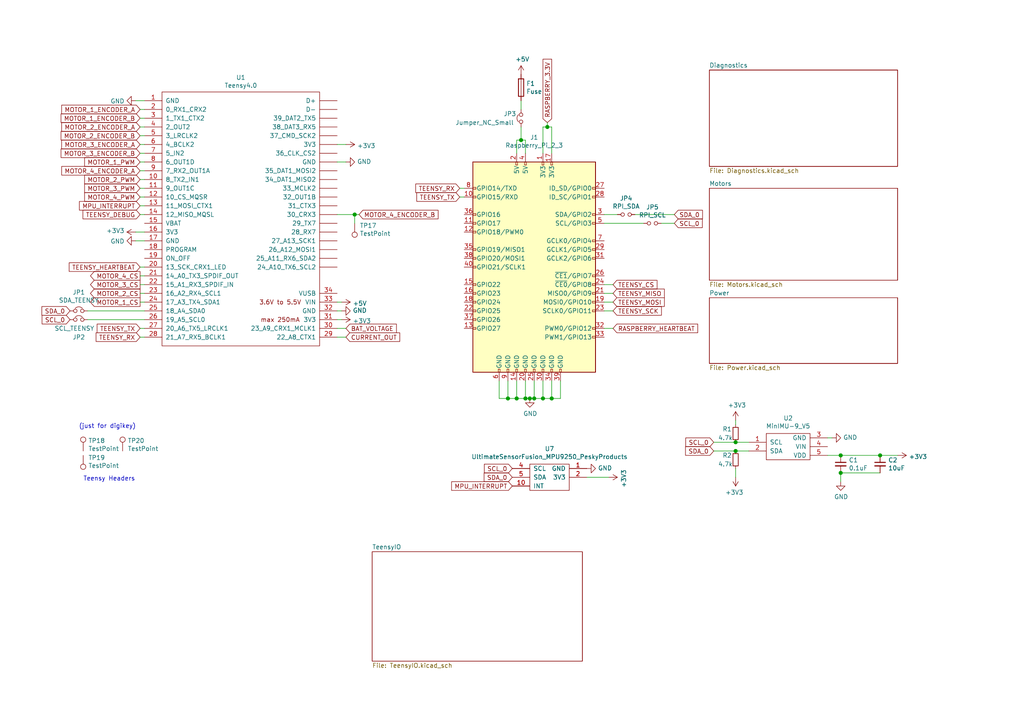
<source format=kicad_sch>
(kicad_sch (version 20201015) (generator eeschema)
  (page 1 6)
  (paper "A4")
  (lib_symbols
    (symbol "Connector:Raspberry_Pi_2_3" (pin_names (offset 1.016))
      (property "Reference" "J" (at -17.78 31.75 0))
      (property "Value" "Raspberry_Pi_2_3" (at 10.16 -31.75 0))
      (symbol "Raspberry_Pi_2_3_0_1"
        (rectangle (start -17.78 30.48) (end 17.78 -30.48) (stroke (width 0.254)) (fill (type background)))
      )
      (symbol "Raspberry_Pi_2_3_1_1"
        (rectangle (start -16.891 -17.526) (end -17.78 -18.034))
        (rectangle (start -16.891 -14.986) (end -17.78 -15.494))
        (rectangle (start -16.891 -12.446) (end -17.78 -12.954))
        (rectangle (start -16.891 -9.906) (end -17.78 -10.414))
        (rectangle (start -16.891 -7.366) (end -17.78 -7.874))
        (rectangle (start -16.891 -4.826) (end -17.78 -5.334))
        (rectangle (start -16.891 0.254) (end -17.78 -0.254))
        (rectangle (start -16.891 2.794) (end -17.78 2.286))
        (rectangle (start -16.891 5.334) (end -17.78 4.826))
        (rectangle (start -16.891 10.414) (end -17.78 9.906))
        (rectangle (start -16.891 12.954) (end -17.78 12.446))
        (rectangle (start -16.891 15.494) (end -17.78 14.986))
        (rectangle (start -16.891 20.574) (end -17.78 20.066))
        (rectangle (start -16.891 23.114) (end -17.78 22.606))
        (rectangle (start -10.414 -29.591) (end -9.906 -30.48))
        (rectangle (start -7.874 -29.591) (end -7.366 -30.48))
        (rectangle (start -5.334 -29.591) (end -4.826 -30.48))
        (rectangle (start -5.334 30.48) (end -4.826 29.591))
        (rectangle (start -2.794 -29.591) (end -2.286 -30.48))
        (rectangle (start -2.794 30.48) (end -2.286 29.591))
        (rectangle (start -0.254 -29.591) (end 0.254 -30.48))
        (rectangle (start 2.286 -29.591) (end 2.794 -30.48))
        (rectangle (start 2.286 30.48) (end 2.794 29.591))
        (rectangle (start 4.826 -29.591) (end 5.334 -30.48))
        (rectangle (start 4.826 30.48) (end 5.334 29.591))
        (rectangle (start 7.366 -29.591) (end 7.874 -30.48))
        (rectangle (start 17.78 -20.066) (end 16.891 -20.574))
        (rectangle (start 17.78 -17.526) (end 16.891 -18.034))
        (rectangle (start 17.78 -12.446) (end 16.891 -12.954))
        (rectangle (start 17.78 -9.906) (end 16.891 -10.414))
        (rectangle (start 17.78 -7.366) (end 16.891 -7.874))
        (rectangle (start 17.78 -4.826) (end 16.891 -5.334))
        (rectangle (start 17.78 -2.286) (end 16.891 -2.794))
        (rectangle (start 17.78 2.794) (end 16.891 2.286))
        (rectangle (start 17.78 5.334) (end 16.891 4.826))
        (rectangle (start 17.78 7.874) (end 16.891 7.366))
        (rectangle (start 17.78 12.954) (end 16.891 12.446))
        (rectangle (start 17.78 15.494) (end 16.891 14.986))
        (rectangle (start 17.78 20.574) (end 16.891 20.066))
        (rectangle (start 17.78 23.114) (end 16.891 22.606))
        (pin power_in line (at 2.54 33.02 270) (length 2.54) (name "3V3") (number "1"))
        (pin bidirectional line (at -20.32 20.32 0) (length 2.54) (name "GPIO15/RXD") (number "10"))
        (pin bidirectional line (at -20.32 12.7 0) (length 2.54) (name "GPIO17") (number "11"))
        (pin bidirectional line (at -20.32 10.16 0) (length 2.54) (name "GPIO18/PWM0") (number "12"))
        (pin bidirectional line (at -20.32 -17.78 0) (length 2.54) (name "GPIO27") (number "13"))
        (pin power_in line (at -5.08 -33.02 90) (length 2.54) (name "GND") (number "14"))
        (pin bidirectional line (at -20.32 -5.08 0) (length 2.54) (name "GPIO22") (number "15"))
        (pin bidirectional line (at -20.32 -7.62 0) (length 2.54) (name "GPIO23") (number "16"))
        (pin power_in line (at 5.08 33.02 270) (length 2.54) (name "3V3") (number "17"))
        (pin bidirectional line (at -20.32 -10.16 0) (length 2.54) (name "GPIO24") (number "18"))
        (pin bidirectional line (at 20.32 -10.16 180) (length 2.54) (name "MOSI0/GPIO10") (number "19"))
        (pin power_in line (at -5.08 33.02 270) (length 2.54) (name "5V") (number "2"))
        (pin power_in line (at -2.54 -33.02 90) (length 2.54) (name "GND") (number "20"))
        (pin bidirectional line (at 20.32 -7.62 180) (length 2.54) (name "MISO0/GPIO9") (number "21"))
        (pin bidirectional line (at -20.32 -12.7 0) (length 2.54) (name "GPIO25") (number "22"))
        (pin bidirectional line (at 20.32 -12.7 180) (length 2.54) (name "SCLK0/GPIO11") (number "23"))
        (pin bidirectional line (at 20.32 -5.08 180) (length 2.54) (name "~CE0~/GPIO8") (number "24"))
        (pin power_in line (at 0 -33.02 90) (length 2.54) (name "GND") (number "25"))
        (pin bidirectional line (at 20.32 -2.54 180) (length 2.54) (name "~CE1~/GPIO7") (number "26"))
        (pin bidirectional line (at 20.32 22.86 180) (length 2.54) (name "ID_SD/GPIO0") (number "27"))
        (pin bidirectional line (at 20.32 20.32 180) (length 2.54) (name "ID_SC/GPIO1") (number "28"))
        (pin bidirectional line (at 20.32 5.08 180) (length 2.54) (name "GCLK1/GPIO5") (number "29"))
        (pin bidirectional line (at 20.32 15.24 180) (length 2.54) (name "SDA/GPIO2") (number "3"))
        (pin power_in line (at 2.54 -33.02 90) (length 2.54) (name "GND") (number "30"))
        (pin bidirectional line (at 20.32 2.54 180) (length 2.54) (name "GCLK2/GPIO6") (number "31"))
        (pin bidirectional line (at 20.32 -17.78 180) (length 2.54) (name "PWM0/GPIO12") (number "32"))
        (pin bidirectional line (at 20.32 -20.32 180) (length 2.54) (name "PWM1/GPIO13") (number "33"))
        (pin power_in line (at 5.08 -33.02 90) (length 2.54) (name "GND") (number "34"))
        (pin bidirectional line (at -20.32 5.08 0) (length 2.54) (name "GPIO19/MISO1") (number "35"))
        (pin bidirectional line (at -20.32 15.24 0) (length 2.54) (name "GPIO16") (number "36"))
        (pin bidirectional line (at -20.32 -15.24 0) (length 2.54) (name "GPIO26") (number "37"))
        (pin bidirectional line (at -20.32 2.54 0) (length 2.54) (name "GPIO20/MOSI1") (number "38"))
        (pin power_in line (at 7.62 -33.02 90) (length 2.54) (name "GND") (number "39"))
        (pin power_in line (at -2.54 33.02 270) (length 2.54) (name "5V") (number "4"))
        (pin bidirectional line (at -20.32 0 0) (length 2.54) (name "GPIO21/SCLK1") (number "40"))
        (pin bidirectional line (at 20.32 12.7 180) (length 2.54) (name "SCL/GPIO3") (number "5"))
        (pin power_in line (at -10.16 -33.02 90) (length 2.54) (name "GND") (number "6"))
        (pin bidirectional line (at 20.32 7.62 180) (length 2.54) (name "GCLK0/GPIO4") (number "7"))
        (pin bidirectional line (at -20.32 22.86 0) (length 2.54) (name "GPIO14/TXD") (number "8"))
        (pin power_in line (at -7.62 -33.02 90) (length 2.54) (name "GND") (number "9"))
      )
    )
    (symbol "Connector:TestPoint" (pin_numbers hide) (pin_names (offset 0.762) hide)
      (property "Reference" "TP" (at 0 6.858 0))
      (property "Value" "TestPoint" (at 0 5.08 0))
      (symbol "TestPoint_0_1"
        (circle (center 0 3.302) (radius 0.762))
      )
      (symbol "TestPoint_1_1"
        (pin passive line (at 0 0 90) (length 2.54) (name "1") (number "1"))
      )
    )
    (symbol "Device:C_Small" (pin_numbers hide) (pin_names (offset 0.254) hide)
      (property "Reference" "C" (at 0.254 1.778 0))
      (property "Value" "C_Small" (at 0.254 -2.032 0))
      (symbol "C_Small_0_1"
        (polyline (pts (xy -1.524 -0.508) (xy 1.524 -0.508)) (stroke (width 0.3302)))
        (polyline (pts (xy -1.524 0.508) (xy 1.524 0.508)) (stroke (width 0.3048)))
      )
      (symbol "C_Small_1_1"
        (pin passive line (at 0 2.54 270) (length 2.032) (name "~") (number "1"))
        (pin passive line (at 0 -2.54 90) (length 2.032) (name "~") (number "2"))
      )
    )
    (symbol "Device:Fuse" (pin_numbers hide) (pin_names (offset 0))
      (property "Reference" "F" (at 2.032 0 90))
      (property "Value" "Fuse" (at -1.905 0 90))
      (symbol "Fuse_0_1"
        (rectangle (start -0.762 -2.54) (end 0.762 2.54) (stroke (width 0.254)))
        (polyline (pts (xy 0 2.54) (xy 0 -2.54)))
      )
      (symbol "Fuse_1_1"
        (pin passive line (at 0 3.81 270) (length 1.27) (name "~") (number "1"))
        (pin passive line (at 0 -3.81 90) (length 1.27) (name "~") (number "2"))
      )
    )
    (symbol "Device:Jumper_NC_Small" (pin_numbers hide) (pin_names (offset 0.762) hide)
      (property "Reference" "JP" (at 0 2.032 0))
      (property "Value" "Jumper_NC_Small" (at 0.254 -1.524 0))
      (symbol "Jumper_NC_Small_0_1"
        (arc (start 1.016 0.762) (end -1.016 0.762) (radius (at 0 -0.254) (length 1.4478) (angles 45 135)))
        (circle (center -1.016 0) (radius 0.508))
        (circle (center 1.016 0) (radius 0.508))
        (pin passive line (at -2.54 0 0) (length 1.016) (name "1") (number "1"))
        (pin passive line (at 2.54 0 180) (length 1.016) (name "2") (number "2"))
      )
    )
    (symbol "Device:Jumper_NO_Small" (pin_numbers hide) (pin_names (offset 0.762) hide)
      (property "Reference" "JP" (at 0 2.032 0))
      (property "Value" "Jumper_NO_Small" (at 0.254 -1.524 0))
      (symbol "Jumper_NO_Small_0_1"
        (circle (center -1.016 0) (radius 0.508))
        (circle (center 1.016 0) (radius 0.508))
        (pin passive line (at -2.54 0 0) (length 1.016) (name "1") (number "1"))
        (pin passive line (at 2.54 0 180) (length 1.016) (name "2") (number "2"))
      )
    )
    (symbol "Device:R_Small" (pin_numbers hide) (pin_names (offset 0.254) hide)
      (property "Reference" "R" (at 0.762 0.508 0))
      (property "Value" "R_Small" (at 0.762 -1.016 0))
      (symbol "R_Small_0_1"
        (rectangle (start -0.762 1.778) (end 0.762 -1.778) (stroke (width 0.2032)))
      )
      (symbol "R_Small_1_1"
        (pin passive line (at 0 2.54 270) (length 0.762) (name "~") (number "1"))
        (pin passive line (at 0 -2.54 90) (length 0.762) (name "~") (number "2"))
      )
    )
    (symbol "pololu_parts:MinIMU-9_V5" (pin_names (offset 1.016))
      (property "Reference" "U" (at 0 0 0))
      (property "Value" "MinIMU-9_V5" (at 0 12.7 0))
      (symbol "MinIMU-9_V5_0_1"
        (rectangle (start -6.35 10.16) (end 6.35 2.54))
      )
      (symbol "MinIMU-9_V5_1_1"
        (pin bidirectional line (at -11.43 7.62 0) (length 5.08) (name "SCL") (number "1"))
        (pin bidirectional line (at -11.43 5.08 0) (length 5.08) (name "SDA") (number "2"))
        (pin power_in line (at 11.43 8.89 180) (length 5.08) (name "GND") (number "3"))
        (pin power_in line (at 11.43 6.35 180) (length 5.08) (name "VIN") (number "4"))
        (pin bidirectional line (at 11.43 3.81 180) (length 5.08) (name "VDD") (number "5"))
      )
    )
    (symbol "pololu_parts:UltimateSensorFusion_MPU9250_PeskyProducts" (pin_names (offset 1.016))
      (property "Reference" "U" (at 0 0 0))
      (property "Value" "UltimateSensorFusion_MPU9250_PeskyProducts" (at 0 11.43 0))
      (symbol "UltimateSensorFusion_MPU9250_PeskyProducts_0_1"
        (rectangle (start -6.35 8.89) (end 5.08 1.27))
      )
      (symbol "UltimateSensorFusion_MPU9250_PeskyProducts_1_1"
        (pin power_in line (at 10.16 7.62 180) (length 5.08) (name "GND") (number "1"))
        (pin bidirectional line (at -11.43 2.54 0) (length 5.08) (name "INT") (number "10"))
        (pin power_in line (at 10.16 5.08 180) (length 5.08) (name "3V3") (number "2"))
        (pin bidirectional line (at -11.43 7.62 0) (length 5.08) (name "SCL") (number "4"))
        (pin bidirectional line (at -11.43 5.08 0) (length 5.08) (name "SDA") (number "5"))
      )
    )
    (symbol "power:+3.3V" (power) (pin_names (offset 0))
      (property "Value" "+3.3V" (at 0 3.556 0))
      (symbol "+3.3V_0_1"
        (polyline (pts (xy -0.762 1.27) (xy 0 2.54)))
        (polyline (pts (xy 0 0) (xy 0 2.54)))
        (polyline (pts (xy 0 2.54) (xy 0.762 1.27)))
      )
      (symbol "+3.3V_1_1"
        (pin power_in line (at 0 0 90) (length 0) hide (name "+3V3") (number "1"))
      )
    )
    (symbol "power:+5V" (power) (pin_names (offset 0))
      (property "Value" "+5V" (at 0 3.556 0))
      (symbol "+5V_0_1"
        (polyline (pts (xy -0.762 1.27) (xy 0 2.54)))
        (polyline (pts (xy 0 0) (xy 0 2.54)))
        (polyline (pts (xy 0 2.54) (xy 0.762 1.27)))
      )
      (symbol "+5V_1_1"
        (pin power_in line (at 0 0 90) (length 0) hide (name "+5V") (number "1"))
      )
    )
    (symbol "power:GND" (power) (pin_names (offset 0))
      (property "Value" "GND" (at 0 -3.81 0))
      (symbol "GND_0_1"
        (polyline (pts (xy 0 0) (xy 0 -1.27) (xy 1.27 -1.27) (xy 0 -2.54) (xy -1.27 -1.27) (xy 0 -1.27)))
      )
      (symbol "GND_1_1"
        (pin power_in line (at 0 0 270) (length 0) hide (name "GND") (number "1"))
      )
    )
    (symbol "teensy:Teensy4.0" (pin_names (offset 1.016))
      (property "Reference" "U" (at 0 39.37 0))
      (property "Value" "Teensy4.0" (at 0 -39.37 0))
      (symbol "Teensy4.0_0_0"
        (text "3.6V to 5.5V" (at 11.43 -24.13 0) (effects (font (size 1.27 1.27))))
        (text "max 250mA" (at 11.43 -29.21 0) (effects (font (size 1.27 1.27))))
        (pin bidirectional line (at -27.94 11.43 0) (length 5.08) (name "8_TX2_IN1") (number "10"))
        (pin bidirectional line (at -27.94 8.89 0) (length 5.08) (name "9_OUT1C") (number "11"))
        (pin bidirectional line (at -27.94 6.35 0) (length 5.08) (name "10_CS_MQSR") (number "12"))
        (pin bidirectional line (at -27.94 3.81 0) (length 5.08) (name "11_MOSI_CTX1") (number "13"))
        (pin bidirectional line (at -27.94 1.27 0) (length 5.08) (name "12_MISO_MQSL") (number "14"))
        (pin power_in line (at -27.94 -1.27 0) (length 5.08) (name "VBAT") (number "15"))
        (pin power_out line (at -27.94 -3.81 0) (length 5.08) (name "3V3") (number "16"))
        (pin power_in line (at -27.94 -6.35 0) (length 5.08) (name "GND") (number "17"))
        (pin input line (at -27.94 -8.89 0) (length 5.08) (name "PROGRAM") (number "18"))
        (pin input line (at -27.94 -11.43 0) (length 5.08) (name "ON_OFF") (number "19"))
        (pin bidirectional line (at -27.94 -13.97 0) (length 5.08) (name "13_SCK_CRX1_LED") (number "20"))
        (pin bidirectional line (at -27.94 -16.51 0) (length 5.08) (name "14_A0_TX3_SPDIF_OUT") (number "21"))
        (pin bidirectional line (at -27.94 -19.05 0) (length 5.08) (name "15_A1_RX3_SPDIF_IN") (number "22"))
        (pin bidirectional line (at -27.94 -21.59 0) (length 5.08) (name "16_A2_RX4_SCL1") (number "23"))
        (pin bidirectional line (at -27.94 -24.13 0) (length 5.08) (name "17_A3_TX4_SDA1") (number "24"))
        (pin bidirectional line (at -27.94 -26.67 0) (length 5.08) (name "18_A4_SDA0") (number "25"))
        (pin bidirectional line (at -27.94 -29.21 0) (length 5.08) (name "19_A5_SCL0") (number "26"))
        (pin bidirectional line (at -27.94 -31.75 0) (length 5.08) (name "20_A6_TX5_LRCLK1") (number "27"))
        (pin bidirectional line (at -27.94 -34.29 0) (length 5.08) (name "21_A7_RX5_BCLK1") (number "28"))
        (pin bidirectional line (at 27.94 -34.29 180) (length 5.08) (name "22_A8_CTX1") (number "29"))
        (pin bidirectional line (at 27.94 -31.75 180) (length 5.08) (name "23_A9_CRX1_MCLK1") (number "30"))
        (pin power_out line (at 27.94 -29.21 180) (length 5.08) (name "3V3") (number "31"))
        (pin power_in line (at 27.94 -26.67 180) (length 5.08) (name "GND") (number "32"))
        (pin power_in line (at 27.94 -24.13 180) (length 5.08) (name "VIN") (number "33"))
        (pin power_out line (at 27.94 -21.59 180) (length 5.08) (name "VUSB") (number "34"))
        (pin bidirectional line (at -27.94 24.13 0) (length 5.08) (name "3_LRCLK2") (number "5"))
        (pin bidirectional line (at -27.94 21.59 0) (length 5.08) (name "4_BCLK2") (number "6"))
        (pin bidirectional line (at -27.94 19.05 0) (length 5.08) (name "5_IN2") (number "7"))
        (pin bidirectional line (at -27.94 16.51 0) (length 5.08) (name "6_OUT1D") (number "8"))
        (pin bidirectional line (at -27.94 13.97 0) (length 5.08) (name "7_RX2_OUT1A") (number "9"))
        (pin bidirectional line (at 27.94 -13.97 180) (length 5.08) (name "24_A10_TX6_SCL2") (number "~"))
        (pin bidirectional line (at 27.94 -11.43 180) (length 5.08) (name "25_A11_RX6_SDA2") (number "~"))
        (pin bidirectional line (at 27.94 -8.89 180) (length 5.08) (name "26_A12_MOSI1") (number "~"))
        (pin bidirectional line (at 27.94 -6.35 180) (length 5.08) (name "27_A13_SCK1") (number "~"))
        (pin bidirectional line (at 27.94 -3.81 180) (length 5.08) (name "28_RX7") (number "~"))
        (pin bidirectional line (at 27.94 -1.27 180) (length 5.08) (name "29_TX7") (number "~"))
        (pin bidirectional line (at 27.94 1.27 180) (length 5.08) (name "30_CRX3") (number "~"))
        (pin bidirectional line (at 27.94 3.81 180) (length 5.08) (name "31_CTX3") (number "~"))
        (pin bidirectional line (at 27.94 6.35 180) (length 5.08) (name "32_OUT1B") (number "~"))
        (pin bidirectional line (at 27.94 8.89 180) (length 5.08) (name "33_MCLK2") (number "~"))
        (pin bidirectional line (at 27.94 11.43 180) (length 5.08) (name "34_DAT1_MISO2") (number "~"))
        (pin bidirectional line (at 27.94 13.97 180) (length 5.08) (name "35_DAT1_MOSI2") (number "~"))
        (pin bidirectional line (at 27.94 19.05 180) (length 5.08) (name "36_CLK_CS2") (number "~"))
        (pin bidirectional line (at 27.94 24.13 180) (length 5.08) (name "37_CMD_SCK2") (number "~"))
        (pin bidirectional line (at 27.94 26.67 180) (length 5.08) (name "38_DAT3_RX5") (number "~"))
        (pin bidirectional line (at 27.94 29.21 180) (length 5.08) (name "39_DAT2_TX5") (number "~"))
        (pin power_out line (at 27.94 21.59 180) (length 5.08) (name "3V3") (number "~"))
        (pin bidirectional line (at 27.94 34.29 180) (length 5.08) (name "D+") (number "~"))
        (pin bidirectional line (at 27.94 31.75 180) (length 5.08) (name "D-") (number "~"))
        (pin bidirectional line (at 27.94 16.51 180) (length 5.08) (name "GND") (number "~"))
      )
      (symbol "Teensy4.0_0_1"
        (rectangle (start -22.86 36.83) (end 22.86 -36.83))
        (rectangle (start -20.32 -31.75) (end -20.32 -31.75))
      )
      (symbol "Teensy4.0_1_1"
        (pin power_in line (at -27.94 34.29 0) (length 5.08) (name "GND") (number "1"))
        (pin bidirectional line (at -27.94 31.75 0) (length 5.08) (name "0_RX1_CRX2") (number "2"))
        (pin bidirectional line (at -27.94 29.21 0) (length 5.08) (name "1_TX1_CTX2") (number "3"))
        (pin bidirectional line (at -27.94 26.67 0) (length 5.08) (name "2_OUT2") (number "4"))
      )
    )
  )
  (junction (at 102.87 62.23) (diameter 1.016))
  (junction (at 147.32 115.57) (diameter 1.016))
  (junction (at 149.86 115.57) (diameter 1.016))
  (junction (at 151.13 40.64) (diameter 1.016))
  (junction (at 152.4 115.57) (diameter 1.016))
  (junction (at 153.67 115.57) (diameter 1.016))
  (junction (at 154.94 115.57) (diameter 1.016))
  (junction (at 157.48 115.57) (diameter 1.016))
  (junction (at 158.75 36.83) (diameter 1.016))
  (junction (at 160.02 115.57) (diameter 1.016))
  (junction (at 213.36 128.27) (diameter 1.016))
  (junction (at 213.36 130.81) (diameter 1.016))
  (junction (at 243.84 132.08) (diameter 1.016))
  (junction (at 243.84 137.16) (diameter 1.016))
  (junction (at 255.27 132.08) (diameter 1.016))
  (wire (pts (xy 25.4 92.71) (xy 41.91 92.71)))
  (wire (pts (xy 39.37 29.21) (xy 41.91 29.21)))
  (wire (pts (xy 39.37 67.31) (xy 41.91 67.31)))
  (wire (pts (xy 39.37 69.85) (xy 41.91 69.85)))
  (wire (pts (xy 40.64 31.75) (xy 41.91 31.75)))
  (wire (pts (xy 40.64 34.29) (xy 41.91 34.29)))
  (wire (pts (xy 40.64 36.83) (xy 41.91 36.83)))
  (wire (pts (xy 40.64 39.37) (xy 41.91 39.37)))
  (wire (pts (xy 40.64 41.91) (xy 41.91 41.91)))
  (wire (pts (xy 40.64 44.45) (xy 41.91 44.45)))
  (wire (pts (xy 40.64 46.99) (xy 41.91 46.99)))
  (wire (pts (xy 40.64 49.53) (xy 41.91 49.53)))
  (wire (pts (xy 40.64 52.07) (xy 41.91 52.07)))
  (wire (pts (xy 40.64 54.61) (xy 41.91 54.61)))
  (wire (pts (xy 40.64 57.15) (xy 41.91 57.15)))
  (wire (pts (xy 40.64 59.69) (xy 41.91 59.69)))
  (wire (pts (xy 40.64 62.23) (xy 41.91 62.23)))
  (wire (pts (xy 40.64 77.47) (xy 41.91 77.47)))
  (wire (pts (xy 40.64 80.01) (xy 41.91 80.01)))
  (wire (pts (xy 40.64 82.55) (xy 41.91 82.55)))
  (wire (pts (xy 40.64 85.09) (xy 41.91 85.09)))
  (wire (pts (xy 40.64 87.63) (xy 41.91 87.63)))
  (wire (pts (xy 40.64 95.25) (xy 41.91 95.25)))
  (wire (pts (xy 40.64 97.79) (xy 41.91 97.79)))
  (wire (pts (xy 41.91 90.17) (xy 25.4 90.17)))
  (wire (pts (xy 97.79 62.23) (xy 102.87 62.23)))
  (wire (pts (xy 97.79 95.25) (xy 100.33 95.25)))
  (wire (pts (xy 99.06 87.63) (xy 97.79 87.63)))
  (wire (pts (xy 99.06 90.17) (xy 97.79 90.17)))
  (wire (pts (xy 99.06 92.71) (xy 97.79 92.71)))
  (wire (pts (xy 100.33 41.91) (xy 97.79 41.91)))
  (wire (pts (xy 100.33 46.99) (xy 97.79 46.99)))
  (wire (pts (xy 100.33 97.79) (xy 97.79 97.79)))
  (wire (pts (xy 102.87 62.23) (xy 104.14 62.23)))
  (wire (pts (xy 102.87 64.77) (xy 102.87 62.23)))
  (wire (pts (xy 133.35 54.61) (xy 134.62 54.61)))
  (wire (pts (xy 133.35 57.15) (xy 134.62 57.15)))
  (wire (pts (xy 144.78 110.49) (xy 144.78 115.57)))
  (wire (pts (xy 144.78 115.57) (xy 147.32 115.57)))
  (wire (pts (xy 147.32 110.49) (xy 147.32 115.57)))
  (wire (pts (xy 147.32 115.57) (xy 149.86 115.57)))
  (wire (pts (xy 149.86 40.64) (xy 149.86 44.45)))
  (wire (pts (xy 149.86 40.64) (xy 151.13 40.64)))
  (wire (pts (xy 149.86 110.49) (xy 149.86 115.57)))
  (wire (pts (xy 149.86 115.57) (xy 152.4 115.57)))
  (wire (pts (xy 151.13 29.21) (xy 151.13 31.75)))
  (wire (pts (xy 151.13 36.83) (xy 151.13 40.64)))
  (wire (pts (xy 151.13 40.64) (xy 152.4 40.64)))
  (wire (pts (xy 152.4 40.64) (xy 152.4 44.45)))
  (wire (pts (xy 152.4 110.49) (xy 152.4 115.57)))
  (wire (pts (xy 152.4 115.57) (xy 153.67 115.57)))
  (wire (pts (xy 154.94 110.49) (xy 154.94 115.57)))
  (wire (pts (xy 154.94 115.57) (xy 153.67 115.57)))
  (wire (pts (xy 157.48 36.83) (xy 157.48 44.45)))
  (wire (pts (xy 157.48 36.83) (xy 158.75 36.83)))
  (wire (pts (xy 157.48 110.49) (xy 157.48 115.57)))
  (wire (pts (xy 157.48 115.57) (xy 154.94 115.57)))
  (wire (pts (xy 158.75 35.56) (xy 158.75 36.83)))
  (wire (pts (xy 158.75 36.83) (xy 160.02 36.83)))
  (wire (pts (xy 160.02 36.83) (xy 160.02 44.45)))
  (wire (pts (xy 160.02 110.49) (xy 160.02 115.57)))
  (wire (pts (xy 160.02 115.57) (xy 157.48 115.57)))
  (wire (pts (xy 162.56 110.49) (xy 162.56 115.57)))
  (wire (pts (xy 162.56 115.57) (xy 160.02 115.57)))
  (wire (pts (xy 176.53 138.43) (xy 170.18 138.43)))
  (wire (pts (xy 177.8 82.55) (xy 175.26 82.55)))
  (wire (pts (xy 177.8 85.09) (xy 175.26 85.09)))
  (wire (pts (xy 177.8 87.63) (xy 175.26 87.63)))
  (wire (pts (xy 177.8 90.17) (xy 175.26 90.17)))
  (wire (pts (xy 177.8 95.25) (xy 175.26 95.25)))
  (wire (pts (xy 179.07 62.23) (xy 175.26 62.23)))
  (wire (pts (xy 186.69 64.77) (xy 175.26 64.77)))
  (wire (pts (xy 195.58 62.23) (xy 184.15 62.23)))
  (wire (pts (xy 195.58 64.77) (xy 191.77 64.77)))
  (wire (pts (xy 207.01 128.27) (xy 213.36 128.27)))
  (wire (pts (xy 207.01 130.81) (xy 213.36 130.81)))
  (wire (pts (xy 213.36 121.92) (xy 213.36 123.19)))
  (wire (pts (xy 213.36 138.43) (xy 213.36 135.89)))
  (wire (pts (xy 217.17 128.27) (xy 213.36 128.27)))
  (wire (pts (xy 217.17 130.81) (xy 213.36 130.81)))
  (wire (pts (xy 240.03 127) (xy 241.3 127)))
  (wire (pts (xy 240.03 132.08) (xy 243.84 132.08)))
  (wire (pts (xy 243.84 132.08) (xy 255.27 132.08)))
  (wire (pts (xy 243.84 137.16) (xy 243.84 139.7)))
  (wire (pts (xy 255.27 132.08) (xy 260.35 132.08)))
  (wire (pts (xy 255.27 137.16) (xy 243.84 137.16)))
  (text "(just for digikey)" (at 22.86 124.46 0) (effects (font (size 1.27 1.27)) (justify left bottom)))
  (text "Teensy Headers" (at 24.13 139.7 0) (effects (font (size 1.27 1.27)) (justify left bottom)))
  (global_label "SDA_0" (shape input) (at 20.32 90.17 180))
  (global_label "SCL_0" (shape input) (at 20.32 92.71 180))
  (global_label "MOTOR_1_ENCODER_A" (shape input) (at 40.64 31.75 180))
  (global_label "MOTOR_1_ENCODER_B" (shape input) (at 40.64 34.29 180))
  (global_label "MOTOR_2_ENCODER_A" (shape input) (at 40.64 36.83 180))
  (global_label "MOTOR_2_ENCODER_B" (shape input) (at 40.64 39.37 180))
  (global_label "MOTOR_3_ENCODER_A" (shape input) (at 40.64 41.91 180))
  (global_label "MOTOR_3_ENCODER_B" (shape input) (at 40.64 44.45 180))
  (global_label "MOTOR_1_PWM" (shape input) (at 40.64 46.99 180))
  (global_label "MOTOR_4_ENCODER_A" (shape input) (at 40.64 49.53 180))
  (global_label "MOTOR_2_PWM" (shape input) (at 40.64 52.07 180))
  (global_label "MOTOR_3_PWM" (shape input) (at 40.64 54.61 180))
  (global_label "MOTOR_4_PWM" (shape input) (at 40.64 57.15 180))
  (global_label "MPU_INTERRUPT" (shape input) (at 40.64 59.69 180))
  (global_label "TEENSY_DEBUG" (shape input) (at 40.64 62.23 180))
  (global_label "TEENSY_HEARTBEAT" (shape input) (at 40.64 77.47 180))
  (global_label "MOTOR_4_CS" (shape output) (at 40.64 80.01 180))
  (global_label "MOTOR_3_CS" (shape output) (at 40.64 82.55 180))
  (global_label "MOTOR_2_CS" (shape output) (at 40.64 85.09 180))
  (global_label "MOTOR_1_CS" (shape output) (at 40.64 87.63 180))
  (global_label "TEENSY_TX" (shape input) (at 40.64 95.25 180))
  (global_label "TEENSY_RX" (shape input) (at 40.64 97.79 180))
  (global_label "BAT_VOLTAGE" (shape input) (at 100.33 95.25 0))
  (global_label "CURRENT_OUT" (shape input) (at 100.33 97.79 0))
  (global_label "MOTOR_4_ENCODER_B" (shape input) (at 104.14 62.23 0))
  (global_label "TEENSY_RX" (shape input) (at 133.35 54.61 180))
  (global_label "TEENSY_TX" (shape input) (at 133.35 57.15 180))
  (global_label "SCL_0" (shape input) (at 148.59 135.89 180))
  (global_label "SDA_0" (shape input) (at 148.59 138.43 180))
  (global_label "MPU_INTERRUPT" (shape input) (at 148.59 140.97 180))
  (global_label "RASPBERRY_3.3V" (shape input) (at 158.75 35.56 90))
  (global_label "TEENSY_CS" (shape input) (at 177.8 82.55 0))
  (global_label "TEENSY_MISO" (shape input) (at 177.8 85.09 0))
  (global_label "TEENSY_MOSI" (shape input) (at 177.8 87.63 0))
  (global_label "TEENSY_SCK" (shape input) (at 177.8 90.17 0))
  (global_label "RASPBERRY_HEARTBEAT" (shape input) (at 177.8 95.25 0))
  (global_label "SDA_0" (shape input) (at 195.58 62.23 0))
  (global_label "SCL_0" (shape input) (at 195.58 64.77 0))
  (global_label "SCL_0" (shape input) (at 207.01 128.27 180))
  (global_label "SDA_0" (shape input) (at 207.01 130.81 180))
  (symbol (lib_id "Device:Jumper_NO_Small") (at 181.61 62.23 0) (unit 1)
    (property "Reference" "JP4" (at 181.61 57.531 0))
    (property "Value" "RPI_SDA" (at 181.61 59.8424 0))
    (property "Footprint" "Jumper:SolderJumper-2_P1.3mm_Open_RoundedPad1.0x1.5mm" (effects hide))
  )
  (symbol (lib_id "Device:Jumper_NO_Small") (at 189.23 64.77 0) (unit 1)
    (property "Reference" "JP5" (at 189.23 60.071 0))
    (property "Value" "RPI_SCL" (at 189.23 62.3824 0))
    (property "Footprint" "Jumper:SolderJumper-2_P1.3mm_Open_RoundedPad1.0x1.5mm" (effects hide))
  )
  (symbol (lib_id "Connector:TestPoint") (at 24.13 130.81 0) (unit 1)
    (property "Reference" "TP18" (at 25.6032 127.8128 0) (effects (justify left)))
    (property "Value" "TestPoint" (at 25.6032 130.1242 0) (effects (justify left)))
    (property "DigiKey" "S7047-ND" (effects hide))
  )
  (symbol (lib_id "Connector:TestPoint") (at 24.13 132.08 180) (unit 1)
    (property "Reference" "TP19" (at 25.6032 132.7404 0) (effects (justify right)))
    (property "Value" "TestPoint" (at 25.6032 135.0518 0) (effects (justify right)))
    (property "DigiKey" "S7047-ND" (effects hide))
  )
  (symbol (lib_id "Connector:TestPoint") (at 35.56 130.81 0) (unit 1)
    (property "Reference" "TP20" (at 37.0332 127.8128 0) (effects (justify left)))
    (property "Value" "TestPoint" (at 37.0332 130.1242 0) (effects (justify left)))
    (property "DigiKey" "S7038-ND" (effects hide))
  )
  (symbol (lib_id "Connector:TestPoint") (at 102.87 64.77 180) (unit 1)
    (property "Reference" "TP17" (at 104.3432 65.4304 0) (effects (justify right)))
    (property "Value" "TestPoint" (at 104.3432 67.7418 0) (effects (justify right)))
    (property "Footprint" "Connector_Wire:SolderWirePad_1x01_Drill1.2mm" (effects hide))
  )
  (symbol (lib_id "power:+3.3V") (at 39.37 67.31 90) (unit 1)
    (property "Reference" "#PWR0108" (effects hide))
    (property "Value" "+3.3V" (at 36.1188 66.929 90) (effects (justify left)))
  )
  (symbol (lib_id "power:+5V") (at 99.06 87.63 270) (unit 1)
    (property "Reference" "#PWR0102" (effects hide))
    (property "Value" "+5V" (at 102.3112 88.011 90) (effects (justify left)))
  )
  (symbol (lib_id "power:+3.3V") (at 99.06 92.71 270) (unit 1)
    (property "Reference" "#PWR0104" (effects hide))
    (property "Value" "+3.3V" (at 102.3112 93.091 90) (effects (justify left)))
  )
  (symbol (lib_id "power:+3.3V") (at 100.33 41.91 270) (unit 1)
    (property "Reference" "#PWR0107" (effects hide))
    (property "Value" "+3.3V" (at 103.5812 42.291 90) (effects (justify left)))
  )
  (symbol (lib_id "power:+5V") (at 151.13 21.59 0) (unit 1)
    (property "Reference" "#PWR0115" (effects hide))
    (property "Value" "+5V" (at 151.511 17.1958 0))
  )
  (symbol (lib_id "power:+3.3V") (at 176.53 138.43 270) (unit 1)
    (property "Reference" "#PWR0172" (effects hide))
    (property "Value" "+3.3V" (at 180.9242 138.811 0))
  )
  (symbol (lib_id "power:+3.3V") (at 213.36 121.92 0) (unit 1)
    (property "Reference" "#PWR0113" (effects hide))
    (property "Value" "+3.3V" (at 213.741 117.5258 0))
  )
  (symbol (lib_id "power:+3.3V") (at 213.36 138.43 180) (unit 1)
    (property "Reference" "#PWR0111" (effects hide))
    (property "Value" "+3.3V" (at 212.979 142.8242 0))
  )
  (symbol (lib_id "power:+3.3V") (at 260.35 132.08 270) (unit 1)
    (property "Reference" "#PWR0110" (effects hide))
    (property "Value" "+3.3V" (at 263.6012 132.461 90) (effects (justify left)))
  )
  (symbol (lib_id "power:GND") (at 39.37 29.21 270) (unit 1)
    (property "Reference" "#PWR0101" (effects hide))
    (property "Value" "GND" (at 36.1188 29.337 90) (effects (justify right)))
  )
  (symbol (lib_id "power:GND") (at 39.37 69.85 270) (unit 1)
    (property "Reference" "#PWR0105" (effects hide))
    (property "Value" "GND" (at 36.1188 69.977 90) (effects (justify right)))
  )
  (symbol (lib_id "power:GND") (at 99.06 90.17 90) (unit 1)
    (property "Reference" "#PWR0103" (effects hide))
    (property "Value" "GND" (at 102.3112 90.043 90) (effects (justify right)))
  )
  (symbol (lib_id "power:GND") (at 100.33 46.99 90) (unit 1)
    (property "Reference" "#PWR0106" (effects hide))
    (property "Value" "GND" (at 103.5812 46.863 90) (effects (justify right)))
  )
  (symbol (lib_id "power:GND") (at 153.67 115.57 0) (unit 1)
    (property "Reference" "#PWR0114" (effects hide))
    (property "Value" "GND" (at 153.797 119.9642 0))
  )
  (symbol (lib_id "power:GND") (at 170.18 135.89 90) (unit 1)
    (property "Reference" "#PWR0171" (effects hide))
    (property "Value" "GND" (at 173.4312 135.763 90) (effects (justify right)))
  )
  (symbol (lib_id "power:GND") (at 241.3 127 90) (unit 1)
    (property "Reference" "#PWR0109" (effects hide))
    (property "Value" "GND" (at 244.5512 126.873 90) (effects (justify right)))
  )
  (symbol (lib_id "power:GND") (at 243.84 139.7 0) (unit 1)
    (property "Reference" "#PWR0112" (effects hide))
    (property "Value" "GND" (at 243.967 144.0942 0))
  )
  (symbol (lib_id "Device:Jumper_NC_Small") (at 22.86 90.17 0) (unit 1)
    (property "Reference" "JP1" (at 22.86 84.7852 0))
    (property "Value" "SDA_TEENSY" (at 22.86 87.0966 0))
    (property "Footprint" "Jumper:SolderJumper-2_P1.3mm_Bridged_RoundedPad1.0x1.5mm" (effects hide))
  )
  (symbol (lib_id "Device:Jumper_NC_Small") (at 22.86 92.71 0) (unit 1)
    (property "Reference" "JP2" (at 22.86 97.79 0))
    (property "Value" "SCL_TEENSY" (at 21.59 95.25 0))
    (property "Footprint" "Jumper:SolderJumper-2_P1.3mm_Bridged_RoundedPad1.0x1.5mm" (effects hide))
  )
  (symbol (lib_id "Device:Jumper_NC_Small") (at 151.13 34.29 90) (unit 1)
    (property "Reference" "JP3" (at 146.05 33.02 90) (effects (justify right)))
    (property "Value" "Jumper_NC_Small" (at 132.08 35.56 90) (effects (justify right)))
    (property "Footprint" "Jumper:SolderJumper-2_P1.3mm_Bridged_RoundedPad1.0x1.5mm" (effects hide))
  )
  (symbol (lib_id "Device:R_Small") (at 213.36 125.73 0) (unit 1)
    (property "Reference" "R1" (at 209.55 124.46 0) (effects (justify left)))
    (property "Value" "4.7k" (at 208.28 127 0) (effects (justify left)))
    (property "Footprint" "Resistor_SMD:R_0603_1608Metric_Pad1.05x0.95mm_HandSolder" (effects hide))
  )
  (symbol (lib_id "Device:R_Small") (at 213.36 133.35 0) (unit 1)
    (property "Reference" "R2" (at 209.55 132.08 0) (effects (justify left)))
    (property "Value" "4.7k" (at 208.28 134.62 0) (effects (justify left)))
    (property "Footprint" "Resistor_SMD:R_0603_1608Metric_Pad1.05x0.95mm_HandSolder" (effects hide))
  )
  (symbol (lib_id "Device:Fuse") (at 151.13 25.4 0) (unit 1)
    (property "Reference" "F1" (at 152.654 24.2316 0) (effects (justify left)))
    (property "Value" "Fuse" (at 152.654 26.543 0) (effects (justify left)))
    (property "Footprint" "Fuse:Fuse_0805_2012Metric_Pad1.15x1.40mm_HandSolder" (effects hide))
  )
  (symbol (lib_id "Device:C_Small") (at 243.84 134.62 0) (unit 1)
    (property "Reference" "C1" (at 246.1768 133.4516 0) (effects (justify left)))
    (property "Value" "0.1uF" (at 246.1768 135.763 0) (effects (justify left)))
    (property "Footprint" "Capacitor_SMD:C_0603_1608Metric_Pad1.05x0.95mm_HandSolder" (effects hide))
  )
  (symbol (lib_id "Device:C_Small") (at 255.27 134.62 0) (unit 1)
    (property "Reference" "C2" (at 257.6068 133.4516 0) (effects (justify left)))
    (property "Value" "10uF" (at 257.6068 135.763 0) (effects (justify left)))
    (property "Footprint" "Capacitor_SMD:C_0603_1608Metric_Pad1.05x0.95mm_HandSolder" (effects hide))
    (property "DigiKey" "478-8646-1-ND" (effects hide))
  )
  (symbol (lib_id "pololu_parts:UltimateSensorFusion_MPU9250_PeskyProducts") (at 160.02 143.51 0) (unit 1)
    (property "Reference" "U7" (at 159.385 130.175 0))
    (property "Value" "UltimateSensorFusion_MPU9250_PeskyProducts" (at 159.385 132.4864 0))
    (property "Footprint" "TurtlebotController:UltimateSensorFusion_MPU9250" (effects hide))
  )
  (symbol (lib_id "pololu_parts:MinIMU-9_V5") (at 228.6 135.89 0) (unit 1)
    (property "Reference" "U2" (at 228.6 121.285 0))
    (property "Value" "MinIMU-9_V5" (at 228.6 123.5964 0))
    (property "Footprint" "TurtlebotController:Pololu_MinIMU-9" (effects hide))
  )
  (symbol (lib_id "Connector:Raspberry_Pi_2_3") (at 154.94 77.47 0) (unit 1)
    (property "Reference" "J1" (at 154.94 39.8526 0))
    (property "Value" "Raspberry_Pi_2_3" (at 154.94 42.164 0))
    (property "Footprint" "Connector_PinHeader_2.54mm:PinHeader_2x20_P2.54mm_Vertical" (effects hide))
    (property "Datasheet" "https://www.raspberrypi.org/documentation/hardware/raspberrypi/schematics/rpi_SCH_3bplus_1p0_reduced.pdf" (effects hide))
    (property "DigiKey" " 1528-1785-ND " (effects hide))
  )
  (symbol (lib_id "teensy:Teensy4.0") (at 69.85 63.5 0) (unit 1)
    (property "Reference" "U1" (at 69.85 22.479 0))
    (property "Value" "Teensy4.0" (at 69.85 24.7904 0))
    (property "Footprint" "teensy:Teensy40" (effects hide))
    (property "DigiKey" " 1568-DEV-15583-ND" (effects hide))
  )
  (sheet (at 205.74 20.32) (size 54.61 27.94)
    (property "Sheet name" "Diagnostics" (at 205.74 19.6845 0) (effects (justify left bottom)))
    (property "Sheet file" "Diagnostics.kicad_sch" (at 205.74 48.7685 0) (effects (justify left top)))
  )
  (sheet (at 205.74 54.61) (size 54.61 26.67)
    (property "Sheet name" "Motors" (at 205.74 53.9745 0) (effects (justify left bottom)))
    (property "Sheet file" "Motors.kicad_sch" (at 205.74 81.7885 0) (effects (justify left top)))
  )
  (sheet (at 205.74 86.36) (size 54.61 19.05)
    (property "Sheet name" "Power" (at 205.74 85.7245 0) (effects (justify left bottom)))
    (property "Sheet file" "Power.kicad_sch" (at 205.74 105.9185 0) (effects (justify left top)))
  )
  (sheet (at 107.95 160.02) (size 60.96 31.75)
    (property "Sheet name" "TeensyIO" (at 107.95 159.3845 0) (effects (justify left bottom)))
    (property "Sheet file" "TeensyIO.kicad_sch" (at 107.95 192.2785 0) (effects (justify left top)))
  )
)
</source>
